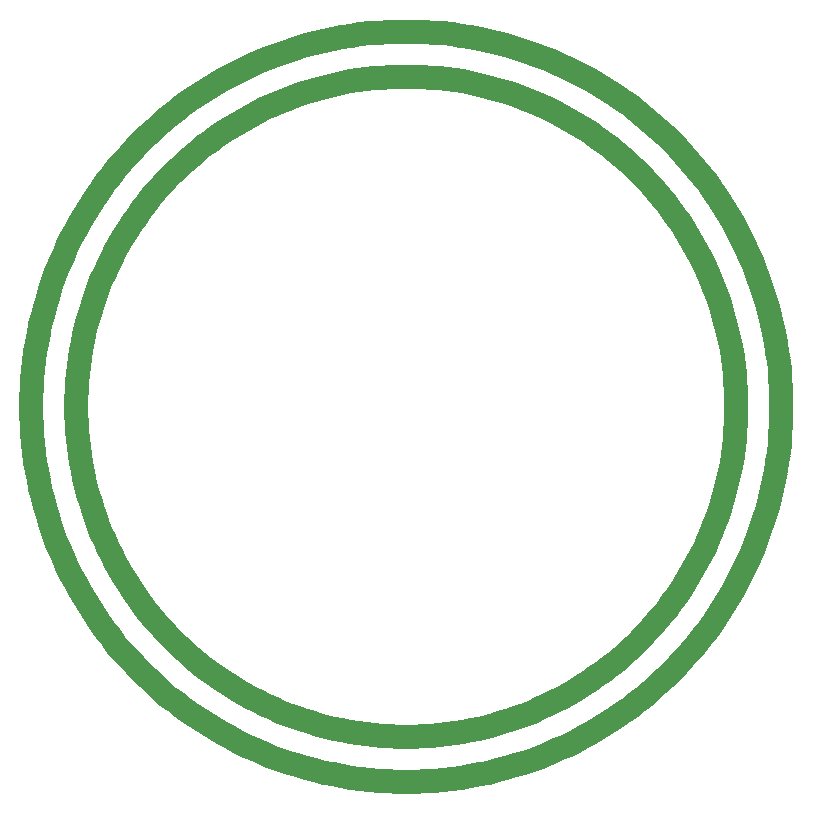
<source format=gts>
G75*
%MOIN*%
%OFA0B0*%
%FSLAX25Y25*%
%IPPOS*%
%LPD*%
%AMOC8*
5,1,8,0,0,1.08239X$1,22.5*
%
%ADD10C,0.08000*%
D10*
X0076250Y0186250D02*
X0076283Y0188950D01*
X0076382Y0191647D01*
X0076548Y0194342D01*
X0076780Y0197032D01*
X0077077Y0199715D01*
X0077441Y0202390D01*
X0077869Y0205056D01*
X0078364Y0207710D01*
X0078923Y0210351D01*
X0079547Y0212978D01*
X0080235Y0215588D01*
X0080987Y0218181D01*
X0081802Y0220755D01*
X0082680Y0223308D01*
X0083621Y0225838D01*
X0084623Y0228345D01*
X0085687Y0230827D01*
X0086811Y0233281D01*
X0087995Y0235707D01*
X0089239Y0238104D01*
X0090540Y0240469D01*
X0091900Y0242801D01*
X0093316Y0245100D01*
X0094788Y0247363D01*
X0096316Y0249589D01*
X0097897Y0251777D01*
X0099532Y0253925D01*
X0101219Y0256033D01*
X0102957Y0258099D01*
X0104745Y0260121D01*
X0106583Y0262099D01*
X0108468Y0264032D01*
X0110401Y0265917D01*
X0112379Y0267755D01*
X0114401Y0269543D01*
X0116467Y0271281D01*
X0118575Y0272968D01*
X0120723Y0274603D01*
X0122911Y0276184D01*
X0125137Y0277712D01*
X0127400Y0279184D01*
X0129699Y0280600D01*
X0132031Y0281960D01*
X0134396Y0283261D01*
X0136793Y0284505D01*
X0139219Y0285689D01*
X0141673Y0286813D01*
X0144155Y0287877D01*
X0146662Y0288879D01*
X0149192Y0289820D01*
X0151745Y0290698D01*
X0154319Y0291513D01*
X0156912Y0292265D01*
X0159522Y0292953D01*
X0162149Y0293577D01*
X0164790Y0294136D01*
X0167444Y0294631D01*
X0170110Y0295059D01*
X0172785Y0295423D01*
X0175468Y0295720D01*
X0178158Y0295952D01*
X0180853Y0296118D01*
X0183550Y0296217D01*
X0186250Y0296250D01*
X0188950Y0296217D01*
X0191647Y0296118D01*
X0194342Y0295952D01*
X0197032Y0295720D01*
X0199715Y0295423D01*
X0202390Y0295059D01*
X0205056Y0294631D01*
X0207710Y0294136D01*
X0210351Y0293577D01*
X0212978Y0292953D01*
X0215588Y0292265D01*
X0218181Y0291513D01*
X0220755Y0290698D01*
X0223308Y0289820D01*
X0225838Y0288879D01*
X0228345Y0287877D01*
X0230827Y0286813D01*
X0233281Y0285689D01*
X0235707Y0284505D01*
X0238104Y0283261D01*
X0240469Y0281960D01*
X0242801Y0280600D01*
X0245100Y0279184D01*
X0247363Y0277712D01*
X0249589Y0276184D01*
X0251777Y0274603D01*
X0253925Y0272968D01*
X0256033Y0271281D01*
X0258099Y0269543D01*
X0260121Y0267755D01*
X0262099Y0265917D01*
X0264032Y0264032D01*
X0265917Y0262099D01*
X0267755Y0260121D01*
X0269543Y0258099D01*
X0271281Y0256033D01*
X0272968Y0253925D01*
X0274603Y0251777D01*
X0276184Y0249589D01*
X0277712Y0247363D01*
X0279184Y0245100D01*
X0280600Y0242801D01*
X0281960Y0240469D01*
X0283261Y0238104D01*
X0284505Y0235707D01*
X0285689Y0233281D01*
X0286813Y0230827D01*
X0287877Y0228345D01*
X0288879Y0225838D01*
X0289820Y0223308D01*
X0290698Y0220755D01*
X0291513Y0218181D01*
X0292265Y0215588D01*
X0292953Y0212978D01*
X0293577Y0210351D01*
X0294136Y0207710D01*
X0294631Y0205056D01*
X0295059Y0202390D01*
X0295423Y0199715D01*
X0295720Y0197032D01*
X0295952Y0194342D01*
X0296118Y0191647D01*
X0296217Y0188950D01*
X0296250Y0186250D01*
X0296217Y0183550D01*
X0296118Y0180853D01*
X0295952Y0178158D01*
X0295720Y0175468D01*
X0295423Y0172785D01*
X0295059Y0170110D01*
X0294631Y0167444D01*
X0294136Y0164790D01*
X0293577Y0162149D01*
X0292953Y0159522D01*
X0292265Y0156912D01*
X0291513Y0154319D01*
X0290698Y0151745D01*
X0289820Y0149192D01*
X0288879Y0146662D01*
X0287877Y0144155D01*
X0286813Y0141673D01*
X0285689Y0139219D01*
X0284505Y0136793D01*
X0283261Y0134396D01*
X0281960Y0132031D01*
X0280600Y0129699D01*
X0279184Y0127400D01*
X0277712Y0125137D01*
X0276184Y0122911D01*
X0274603Y0120723D01*
X0272968Y0118575D01*
X0271281Y0116467D01*
X0269543Y0114401D01*
X0267755Y0112379D01*
X0265917Y0110401D01*
X0264032Y0108468D01*
X0262099Y0106583D01*
X0260121Y0104745D01*
X0258099Y0102957D01*
X0256033Y0101219D01*
X0253925Y0099532D01*
X0251777Y0097897D01*
X0249589Y0096316D01*
X0247363Y0094788D01*
X0245100Y0093316D01*
X0242801Y0091900D01*
X0240469Y0090540D01*
X0238104Y0089239D01*
X0235707Y0087995D01*
X0233281Y0086811D01*
X0230827Y0085687D01*
X0228345Y0084623D01*
X0225838Y0083621D01*
X0223308Y0082680D01*
X0220755Y0081802D01*
X0218181Y0080987D01*
X0215588Y0080235D01*
X0212978Y0079547D01*
X0210351Y0078923D01*
X0207710Y0078364D01*
X0205056Y0077869D01*
X0202390Y0077441D01*
X0199715Y0077077D01*
X0197032Y0076780D01*
X0194342Y0076548D01*
X0191647Y0076382D01*
X0188950Y0076283D01*
X0186250Y0076250D01*
X0183550Y0076283D01*
X0180853Y0076382D01*
X0178158Y0076548D01*
X0175468Y0076780D01*
X0172785Y0077077D01*
X0170110Y0077441D01*
X0167444Y0077869D01*
X0164790Y0078364D01*
X0162149Y0078923D01*
X0159522Y0079547D01*
X0156912Y0080235D01*
X0154319Y0080987D01*
X0151745Y0081802D01*
X0149192Y0082680D01*
X0146662Y0083621D01*
X0144155Y0084623D01*
X0141673Y0085687D01*
X0139219Y0086811D01*
X0136793Y0087995D01*
X0134396Y0089239D01*
X0132031Y0090540D01*
X0129699Y0091900D01*
X0127400Y0093316D01*
X0125137Y0094788D01*
X0122911Y0096316D01*
X0120723Y0097897D01*
X0118575Y0099532D01*
X0116467Y0101219D01*
X0114401Y0102957D01*
X0112379Y0104745D01*
X0110401Y0106583D01*
X0108468Y0108468D01*
X0106583Y0110401D01*
X0104745Y0112379D01*
X0102957Y0114401D01*
X0101219Y0116467D01*
X0099532Y0118575D01*
X0097897Y0120723D01*
X0096316Y0122911D01*
X0094788Y0125137D01*
X0093316Y0127400D01*
X0091900Y0129699D01*
X0090540Y0132031D01*
X0089239Y0134396D01*
X0087995Y0136793D01*
X0086811Y0139219D01*
X0085687Y0141673D01*
X0084623Y0144155D01*
X0083621Y0146662D01*
X0082680Y0149192D01*
X0081802Y0151745D01*
X0080987Y0154319D01*
X0080235Y0156912D01*
X0079547Y0159522D01*
X0078923Y0162149D01*
X0078364Y0164790D01*
X0077869Y0167444D01*
X0077441Y0170110D01*
X0077077Y0172785D01*
X0076780Y0175468D01*
X0076548Y0178158D01*
X0076382Y0180853D01*
X0076283Y0183550D01*
X0076250Y0186250D01*
X0061250Y0186250D02*
X0061288Y0189318D01*
X0061401Y0192383D01*
X0061589Y0195446D01*
X0061852Y0198502D01*
X0062190Y0201551D01*
X0062603Y0204591D01*
X0063090Y0207620D01*
X0063652Y0210636D01*
X0064287Y0213638D01*
X0064996Y0216623D01*
X0065778Y0219589D01*
X0066632Y0222536D01*
X0067559Y0225460D01*
X0068557Y0228361D01*
X0069626Y0231237D01*
X0070765Y0234085D01*
X0071974Y0236905D01*
X0073251Y0239694D01*
X0074597Y0242451D01*
X0076010Y0245175D01*
X0077489Y0247862D01*
X0079034Y0250513D01*
X0080643Y0253125D01*
X0082316Y0255696D01*
X0084052Y0258226D01*
X0085849Y0260712D01*
X0087707Y0263154D01*
X0089624Y0265549D01*
X0091599Y0267897D01*
X0093631Y0270195D01*
X0095719Y0272443D01*
X0097862Y0274638D01*
X0100057Y0276781D01*
X0102305Y0278869D01*
X0104603Y0280901D01*
X0106951Y0282876D01*
X0109346Y0284793D01*
X0111788Y0286651D01*
X0114274Y0288448D01*
X0116804Y0290184D01*
X0119375Y0291857D01*
X0121987Y0293466D01*
X0124638Y0295011D01*
X0127325Y0296490D01*
X0130049Y0297903D01*
X0132806Y0299249D01*
X0135595Y0300526D01*
X0138415Y0301735D01*
X0141263Y0302874D01*
X0144139Y0303943D01*
X0147040Y0304941D01*
X0149964Y0305868D01*
X0152911Y0306722D01*
X0155877Y0307504D01*
X0158862Y0308213D01*
X0161864Y0308848D01*
X0164880Y0309410D01*
X0167909Y0309897D01*
X0170949Y0310310D01*
X0173998Y0310648D01*
X0177054Y0310911D01*
X0180117Y0311099D01*
X0183182Y0311212D01*
X0186250Y0311250D01*
X0189318Y0311212D01*
X0192383Y0311099D01*
X0195446Y0310911D01*
X0198502Y0310648D01*
X0201551Y0310310D01*
X0204591Y0309897D01*
X0207620Y0309410D01*
X0210636Y0308848D01*
X0213638Y0308213D01*
X0216623Y0307504D01*
X0219589Y0306722D01*
X0222536Y0305868D01*
X0225460Y0304941D01*
X0228361Y0303943D01*
X0231237Y0302874D01*
X0234085Y0301735D01*
X0236905Y0300526D01*
X0239694Y0299249D01*
X0242451Y0297903D01*
X0245175Y0296490D01*
X0247862Y0295011D01*
X0250513Y0293466D01*
X0253125Y0291857D01*
X0255696Y0290184D01*
X0258226Y0288448D01*
X0260712Y0286651D01*
X0263154Y0284793D01*
X0265549Y0282876D01*
X0267897Y0280901D01*
X0270195Y0278869D01*
X0272443Y0276781D01*
X0274638Y0274638D01*
X0276781Y0272443D01*
X0278869Y0270195D01*
X0280901Y0267897D01*
X0282876Y0265549D01*
X0284793Y0263154D01*
X0286651Y0260712D01*
X0288448Y0258226D01*
X0290184Y0255696D01*
X0291857Y0253125D01*
X0293466Y0250513D01*
X0295011Y0247862D01*
X0296490Y0245175D01*
X0297903Y0242451D01*
X0299249Y0239694D01*
X0300526Y0236905D01*
X0301735Y0234085D01*
X0302874Y0231237D01*
X0303943Y0228361D01*
X0304941Y0225460D01*
X0305868Y0222536D01*
X0306722Y0219589D01*
X0307504Y0216623D01*
X0308213Y0213638D01*
X0308848Y0210636D01*
X0309410Y0207620D01*
X0309897Y0204591D01*
X0310310Y0201551D01*
X0310648Y0198502D01*
X0310911Y0195446D01*
X0311099Y0192383D01*
X0311212Y0189318D01*
X0311250Y0186250D01*
X0311212Y0183182D01*
X0311099Y0180117D01*
X0310911Y0177054D01*
X0310648Y0173998D01*
X0310310Y0170949D01*
X0309897Y0167909D01*
X0309410Y0164880D01*
X0308848Y0161864D01*
X0308213Y0158862D01*
X0307504Y0155877D01*
X0306722Y0152911D01*
X0305868Y0149964D01*
X0304941Y0147040D01*
X0303943Y0144139D01*
X0302874Y0141263D01*
X0301735Y0138415D01*
X0300526Y0135595D01*
X0299249Y0132806D01*
X0297903Y0130049D01*
X0296490Y0127325D01*
X0295011Y0124638D01*
X0293466Y0121987D01*
X0291857Y0119375D01*
X0290184Y0116804D01*
X0288448Y0114274D01*
X0286651Y0111788D01*
X0284793Y0109346D01*
X0282876Y0106951D01*
X0280901Y0104603D01*
X0278869Y0102305D01*
X0276781Y0100057D01*
X0274638Y0097862D01*
X0272443Y0095719D01*
X0270195Y0093631D01*
X0267897Y0091599D01*
X0265549Y0089624D01*
X0263154Y0087707D01*
X0260712Y0085849D01*
X0258226Y0084052D01*
X0255696Y0082316D01*
X0253125Y0080643D01*
X0250513Y0079034D01*
X0247862Y0077489D01*
X0245175Y0076010D01*
X0242451Y0074597D01*
X0239694Y0073251D01*
X0236905Y0071974D01*
X0234085Y0070765D01*
X0231237Y0069626D01*
X0228361Y0068557D01*
X0225460Y0067559D01*
X0222536Y0066632D01*
X0219589Y0065778D01*
X0216623Y0064996D01*
X0213638Y0064287D01*
X0210636Y0063652D01*
X0207620Y0063090D01*
X0204591Y0062603D01*
X0201551Y0062190D01*
X0198502Y0061852D01*
X0195446Y0061589D01*
X0192383Y0061401D01*
X0189318Y0061288D01*
X0186250Y0061250D01*
X0183182Y0061288D01*
X0180117Y0061401D01*
X0177054Y0061589D01*
X0173998Y0061852D01*
X0170949Y0062190D01*
X0167909Y0062603D01*
X0164880Y0063090D01*
X0161864Y0063652D01*
X0158862Y0064287D01*
X0155877Y0064996D01*
X0152911Y0065778D01*
X0149964Y0066632D01*
X0147040Y0067559D01*
X0144139Y0068557D01*
X0141263Y0069626D01*
X0138415Y0070765D01*
X0135595Y0071974D01*
X0132806Y0073251D01*
X0130049Y0074597D01*
X0127325Y0076010D01*
X0124638Y0077489D01*
X0121987Y0079034D01*
X0119375Y0080643D01*
X0116804Y0082316D01*
X0114274Y0084052D01*
X0111788Y0085849D01*
X0109346Y0087707D01*
X0106951Y0089624D01*
X0104603Y0091599D01*
X0102305Y0093631D01*
X0100057Y0095719D01*
X0097862Y0097862D01*
X0095719Y0100057D01*
X0093631Y0102305D01*
X0091599Y0104603D01*
X0089624Y0106951D01*
X0087707Y0109346D01*
X0085849Y0111788D01*
X0084052Y0114274D01*
X0082316Y0116804D01*
X0080643Y0119375D01*
X0079034Y0121987D01*
X0077489Y0124638D01*
X0076010Y0127325D01*
X0074597Y0130049D01*
X0073251Y0132806D01*
X0071974Y0135595D01*
X0070765Y0138415D01*
X0069626Y0141263D01*
X0068557Y0144139D01*
X0067559Y0147040D01*
X0066632Y0149964D01*
X0065778Y0152911D01*
X0064996Y0155877D01*
X0064287Y0158862D01*
X0063652Y0161864D01*
X0063090Y0164880D01*
X0062603Y0167909D01*
X0062190Y0170949D01*
X0061852Y0173998D01*
X0061589Y0177054D01*
X0061401Y0180117D01*
X0061288Y0183182D01*
X0061250Y0186250D01*
M02*

</source>
